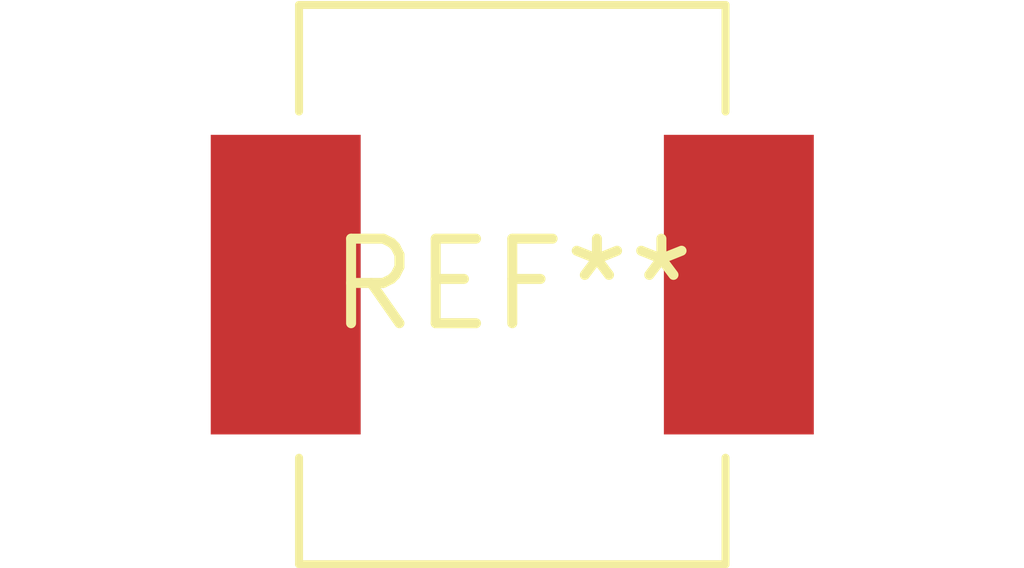
<source format=kicad_pcb>
(kicad_pcb (version 20240108) (generator pcbnew)
  (layers (0 "F.Cu" signal) (31 "B.Cu" signal) (34 "B.Paste" user) (35 "F.Paste" user) (36 "B.SilkS" user "B.Silkscreen") (37 "F.SilkS" user "F.Silkscreen") (38 "B.Mask" user) (39 "F.Mask" user) (44 "Edge.Cuts" user))
  (net 0 "")
  (footprint "L_Neosid_Ms85T" (layer "F.Cu") (at 0 0)
    (property "Reference" "REF**")
    (property "Value" "L_Neosid_Ms85T")
    (fp_line (start -3.2 -4.2) (end -3.2 -2.6) (layer "F.SilkS") (stroke (width 0.12)))
    (fp_line (start -3.2 2.6) (end -3.2 4.2) (layer "F.SilkS") (stroke (width 0.12)))
    (fp_line (start -3.2 4.2) (end 3.2 4.2) (layer "F.SilkS") (stroke (width 0.12)))
    (fp_line (start 3.2 -4.2) (end -3.2 -4.2) (layer "F.SilkS") (stroke (width 0.12)))
    (fp_line (start 3.2 -2.6) (end 3.2 -4.2) (layer "F.SilkS") (stroke (width 0.12)))
    (fp_line (start 3.2 4.2) (end 3.2 2.6) (layer "F.SilkS") (stroke (width 0.12)))
    (pad "1" smd rect (at -3.4 0) (size 2.25 4.5) (layers "F.Cu" "F.Paste" "F.Mask"))
    (pad "2" smd rect (at 3.4 0) (size 2.25 4.5) (layers "F.Cu" "F.Paste" "F.Mask"))
  )
)
</source>
